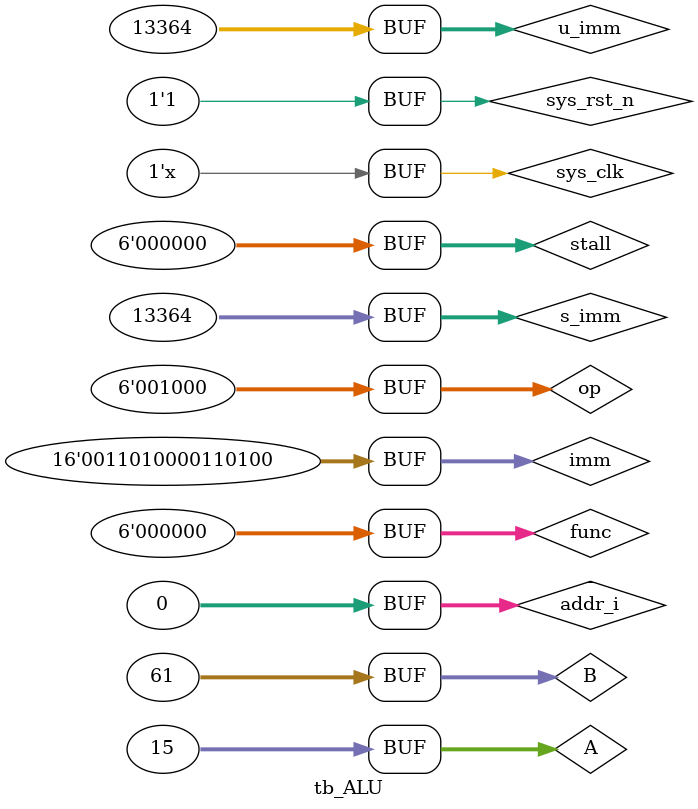
<source format=v>
`timescale 1ns/1ns 

module tb_ALU ();

    parameter CLK_PERIOD = 20;
    parameter DIV_CLK = 25;

    reg                 sys_clk;        
    reg                 sys_rst_n;
    
    reg     [31:0]      addr_i  ;

    reg     [5:0]       stall   ;
    reg     [5:0]       op      ;
    reg     [5:0]       func    ;
    reg     [15:0]      imm     ;
    reg     [31:0]      A       ;
    reg     [31:0]      B       ;

    wire    [31:0]      F       ;
    wire    [31:0]      address ;
    wire    [31:0]      s_imm   ;
    wire    [31:0]      u_imm   ;

    wire                overflow;
    wire                zero    ;
    wire                carryout;


    assign  s_imm   = {{16{imm[15]}}, imm[15:0]};    // Á¢¼´ÊýÓÐ·ûºÅÎ»À©Õ¹
    assign  u_imm   = {{16{1'b0}},    imm[15:0]};    // Á¢¼´ÊýÎÞ·ûºÅÎ»À©Õ¹

    initial begin
        sys_clk     <= 1'b0;
        sys_rst_n   <= 1'b0;
        stall       <= 6'b0;
        #100
        sys_rst_n   <= 1'b1;
        #40

        op          <= 6'b000000; // ADD
        func        <= 6'b100000;
        addr_i      <= 31'h0;
        imm         <= 16'h0000;
        A           <= 32'h7FFFFFFF;
        B           <= 32'h11111111;
        #50

        op          <= 6'b000000; // AND
        func        <= 6'b100100;
        addr_i      <= 31'h0;
        imm         <= 16'h0000;
        A           <= 32'd15;
        B           <= 32'd61;
        #50

        op          <= 6'b000010; // j
        func        <= 6'b000000;
        addr_i      <= 31'hcab020;
        imm         <= 16'h0000;
        A           <= 32'd15;
        B           <= 32'd61;
        #50

        op          <= 6'b000100; // beq
        func        <= 6'b000000;
        addr_i      <= 31'h0;
        imm         <= 16'h3434;
        A           <= 32'd15;
        B           <= 32'd61;
        #50

        op          <= 6'b001000; // addi
        func        <= 6'b000000;
        addr_i      <= 31'h0;
        imm         <= 16'h3434;
        A           <= 32'd15;
        B           <= 32'd61;

    end


    always  #(CLK_PERIOD / 2)   sys_clk = ~sys_clk;

    ALU ALU_0 (
        .clk        (sys_clk    ),
        .rst_n      (sys_rst_n  ),
        .stall_i    (stall      ),   // ¹ÒÆð±êÖ¾Î»

        .addr_i     (addr_i     ),   // µØÖ·À©Õ¹
        .op_i       (op         ),   // ²Ù×÷·û
        .shamt_i    (           ),   // shamt
        .func_i     (func       ),   // func
        .imm_i      (imm        ),   // Á¢¼´Êý
        .s_imm_i    (s_imm      ),   // Á¢¼´ÊýÓÐ·ûºÅÎ»À©Õ¹
        .u_imm_i    (u_imm      ),   // Á¢¼´ÊýÎÞ·ûºÅÎ»À©Õ¹

        .rw_en_i    (1'b0       ),   // Ð´Ê¹ÄÜ
        .rw_i       (           ),   // ²Ù×÷Êýrw, Ð´»Ø¼Ä´æÆ÷µØÖ·
        .mem_wea_i  (           ),   // ÄÚ´æÐ´Ê¹ÄÜ
        .pcwr_en_i  (1'b0       ),   // Ð´pcÊ¹ÄÜ

        .A_i        (A          ),   // ²Ù×÷ÊýA
        .B_i        (B          ),   // ²Ù×÷ÊýB

        // ¼Ä´æ´«µÝ
        .rw_en_o    (           ),   // Ð´Ê¹ÄÜ
        .rw_o       (           ),   // ²Ù×÷Êýrw, Ð´»Ø¼Ä´æÆ÷µØÖ·
        .mem_wea_o  (           ),   // ÄÚ´æÐ´Ê¹ÄÜ
        .pcwr_en_o  (           ),   // Ð´pcÊ¹ÄÜ

        // ALU¼ÆËã½á¹û
        .address_o  (address    ),   // ×ªÒÆ»ò·Ã´æÖ¸ÁîµÄµØÖ·
        .F_o        (F          ),   // ALUÊä³ö
        .overflow_o (overflow   ),   // Òç³ö±êÖ¾Î»
        .zero_o     (zero       ),   // Áã±êÖ¾Î»
        .carryout_o (carryout   )    // ½øÎ»
    );

endmodule
</source>
